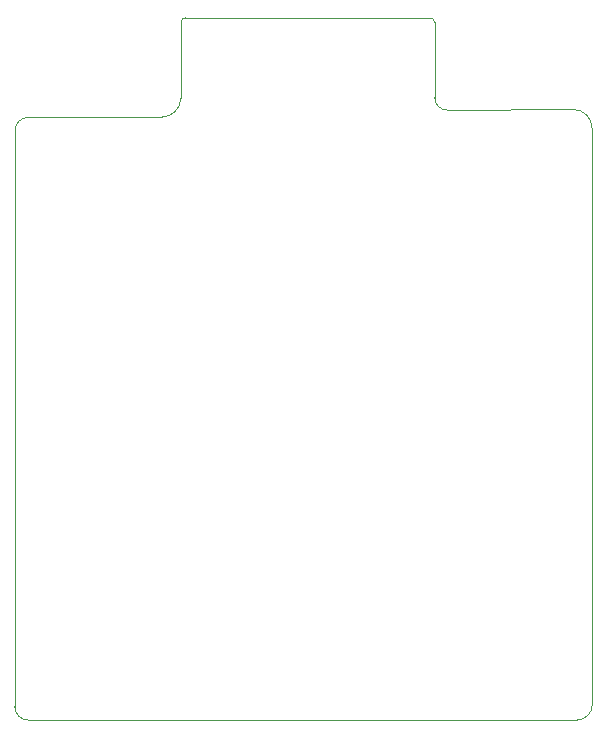
<source format=gbr>
%TF.GenerationSoftware,KiCad,Pcbnew,9.0.2*%
%TF.CreationDate,2025-07-05T23:34:38+05:30*%
%TF.ProjectId,_autosave-esp32devkitclone,5f617574-6f73-4617-9665-2d6573703332,rev?*%
%TF.SameCoordinates,Original*%
%TF.FileFunction,Profile,NP*%
%FSLAX46Y46*%
G04 Gerber Fmt 4.6, Leading zero omitted, Abs format (unit mm)*
G04 Created by KiCad (PCBNEW 9.0.2) date 2025-07-05 23:34:38*
%MOMM*%
%LPD*%
G01*
G04 APERTURE LIST*
%TA.AperFunction,Profile*%
%ADD10C,0.050000*%
%TD*%
G04 APERTURE END LIST*
D10*
X207927832Y-131367832D02*
G75*
G02*
X206637832Y-132657832I-1290032J32D01*
G01*
X207912770Y-82547229D02*
X207927831Y-131367832D01*
X173100000Y-73570000D02*
G75*
G02*
X173470000Y-73200000I370000J0D01*
G01*
X194591882Y-73599951D02*
X194591882Y-79969951D01*
X173100000Y-79990000D02*
G75*
G02*
X171470000Y-81610031I-1630000J10000D01*
G01*
X159059975Y-82740000D02*
G75*
G02*
X160160000Y-81639975I1100025J0D01*
G01*
X194221882Y-73229951D02*
G75*
G02*
X194591849Y-73599951I18J-369949D01*
G01*
X195621882Y-81010000D02*
G75*
G02*
X194591949Y-79969952I18J1030000D01*
G01*
X206332771Y-80967229D02*
G75*
G02*
X207912771Y-82547229I29J-1579971D01*
G01*
X206637832Y-132657831D02*
X160190000Y-132670000D01*
X160190000Y-132670000D02*
G75*
G02*
X159029697Y-131530003I-10300J1150000D01*
G01*
X194221882Y-73229951D02*
X173470000Y-73200000D01*
X171470000Y-81609934D02*
X160160000Y-81639975D01*
X195621882Y-81010002D02*
X206340000Y-80967274D01*
X159060000Y-82740000D02*
X159030484Y-131530003D01*
X173100000Y-73570000D02*
X173100000Y-79990000D01*
M02*

</source>
